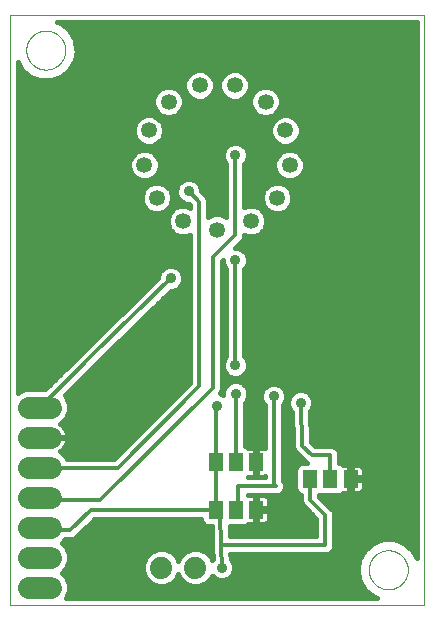
<source format=gbl>
G75*
%MOIN*%
%OFA0B0*%
%FSLAX25Y25*%
%IPPOS*%
%LPD*%
%AMOC8*
5,1,8,0,0,1.08239X$1,22.5*
%
%ADD10C,0.00000*%
%ADD11C,0.05307*%
%ADD12R,0.05118X0.05906*%
%ADD13C,0.07400*%
%ADD14C,0.07400*%
%ADD15C,0.01600*%
%ADD16C,0.03562*%
%ADD17C,0.01200*%
D10*
X0007524Y0003094D02*
X0007524Y0199944D01*
X0145319Y0199944D01*
X0145319Y0003094D01*
X0007524Y0003094D01*
X0127008Y0014905D02*
X0127010Y0015066D01*
X0127016Y0015226D01*
X0127026Y0015387D01*
X0127040Y0015547D01*
X0127058Y0015707D01*
X0127079Y0015866D01*
X0127105Y0016025D01*
X0127135Y0016183D01*
X0127168Y0016340D01*
X0127206Y0016497D01*
X0127247Y0016652D01*
X0127292Y0016806D01*
X0127341Y0016959D01*
X0127394Y0017111D01*
X0127450Y0017262D01*
X0127511Y0017411D01*
X0127574Y0017559D01*
X0127642Y0017705D01*
X0127713Y0017849D01*
X0127787Y0017991D01*
X0127865Y0018132D01*
X0127947Y0018270D01*
X0128032Y0018407D01*
X0128120Y0018541D01*
X0128212Y0018673D01*
X0128307Y0018803D01*
X0128405Y0018931D01*
X0128506Y0019056D01*
X0128610Y0019178D01*
X0128717Y0019298D01*
X0128827Y0019415D01*
X0128940Y0019530D01*
X0129056Y0019641D01*
X0129175Y0019750D01*
X0129296Y0019855D01*
X0129420Y0019958D01*
X0129546Y0020058D01*
X0129674Y0020154D01*
X0129805Y0020247D01*
X0129939Y0020337D01*
X0130074Y0020424D01*
X0130212Y0020507D01*
X0130351Y0020587D01*
X0130493Y0020663D01*
X0130636Y0020736D01*
X0130781Y0020805D01*
X0130928Y0020871D01*
X0131076Y0020933D01*
X0131226Y0020991D01*
X0131377Y0021046D01*
X0131530Y0021097D01*
X0131684Y0021144D01*
X0131839Y0021187D01*
X0131995Y0021226D01*
X0132151Y0021262D01*
X0132309Y0021293D01*
X0132467Y0021321D01*
X0132626Y0021345D01*
X0132786Y0021365D01*
X0132946Y0021381D01*
X0133106Y0021393D01*
X0133267Y0021401D01*
X0133428Y0021405D01*
X0133588Y0021405D01*
X0133749Y0021401D01*
X0133910Y0021393D01*
X0134070Y0021381D01*
X0134230Y0021365D01*
X0134390Y0021345D01*
X0134549Y0021321D01*
X0134707Y0021293D01*
X0134865Y0021262D01*
X0135021Y0021226D01*
X0135177Y0021187D01*
X0135332Y0021144D01*
X0135486Y0021097D01*
X0135639Y0021046D01*
X0135790Y0020991D01*
X0135940Y0020933D01*
X0136088Y0020871D01*
X0136235Y0020805D01*
X0136380Y0020736D01*
X0136523Y0020663D01*
X0136665Y0020587D01*
X0136804Y0020507D01*
X0136942Y0020424D01*
X0137077Y0020337D01*
X0137211Y0020247D01*
X0137342Y0020154D01*
X0137470Y0020058D01*
X0137596Y0019958D01*
X0137720Y0019855D01*
X0137841Y0019750D01*
X0137960Y0019641D01*
X0138076Y0019530D01*
X0138189Y0019415D01*
X0138299Y0019298D01*
X0138406Y0019178D01*
X0138510Y0019056D01*
X0138611Y0018931D01*
X0138709Y0018803D01*
X0138804Y0018673D01*
X0138896Y0018541D01*
X0138984Y0018407D01*
X0139069Y0018270D01*
X0139151Y0018132D01*
X0139229Y0017991D01*
X0139303Y0017849D01*
X0139374Y0017705D01*
X0139442Y0017559D01*
X0139505Y0017411D01*
X0139566Y0017262D01*
X0139622Y0017111D01*
X0139675Y0016959D01*
X0139724Y0016806D01*
X0139769Y0016652D01*
X0139810Y0016497D01*
X0139848Y0016340D01*
X0139881Y0016183D01*
X0139911Y0016025D01*
X0139937Y0015866D01*
X0139958Y0015707D01*
X0139976Y0015547D01*
X0139990Y0015387D01*
X0140000Y0015226D01*
X0140006Y0015066D01*
X0140008Y0014905D01*
X0140006Y0014744D01*
X0140000Y0014584D01*
X0139990Y0014423D01*
X0139976Y0014263D01*
X0139958Y0014103D01*
X0139937Y0013944D01*
X0139911Y0013785D01*
X0139881Y0013627D01*
X0139848Y0013470D01*
X0139810Y0013313D01*
X0139769Y0013158D01*
X0139724Y0013004D01*
X0139675Y0012851D01*
X0139622Y0012699D01*
X0139566Y0012548D01*
X0139505Y0012399D01*
X0139442Y0012251D01*
X0139374Y0012105D01*
X0139303Y0011961D01*
X0139229Y0011819D01*
X0139151Y0011678D01*
X0139069Y0011540D01*
X0138984Y0011403D01*
X0138896Y0011269D01*
X0138804Y0011137D01*
X0138709Y0011007D01*
X0138611Y0010879D01*
X0138510Y0010754D01*
X0138406Y0010632D01*
X0138299Y0010512D01*
X0138189Y0010395D01*
X0138076Y0010280D01*
X0137960Y0010169D01*
X0137841Y0010060D01*
X0137720Y0009955D01*
X0137596Y0009852D01*
X0137470Y0009752D01*
X0137342Y0009656D01*
X0137211Y0009563D01*
X0137077Y0009473D01*
X0136942Y0009386D01*
X0136804Y0009303D01*
X0136665Y0009223D01*
X0136523Y0009147D01*
X0136380Y0009074D01*
X0136235Y0009005D01*
X0136088Y0008939D01*
X0135940Y0008877D01*
X0135790Y0008819D01*
X0135639Y0008764D01*
X0135486Y0008713D01*
X0135332Y0008666D01*
X0135177Y0008623D01*
X0135021Y0008584D01*
X0134865Y0008548D01*
X0134707Y0008517D01*
X0134549Y0008489D01*
X0134390Y0008465D01*
X0134230Y0008445D01*
X0134070Y0008429D01*
X0133910Y0008417D01*
X0133749Y0008409D01*
X0133588Y0008405D01*
X0133428Y0008405D01*
X0133267Y0008409D01*
X0133106Y0008417D01*
X0132946Y0008429D01*
X0132786Y0008445D01*
X0132626Y0008465D01*
X0132467Y0008489D01*
X0132309Y0008517D01*
X0132151Y0008548D01*
X0131995Y0008584D01*
X0131839Y0008623D01*
X0131684Y0008666D01*
X0131530Y0008713D01*
X0131377Y0008764D01*
X0131226Y0008819D01*
X0131076Y0008877D01*
X0130928Y0008939D01*
X0130781Y0009005D01*
X0130636Y0009074D01*
X0130493Y0009147D01*
X0130351Y0009223D01*
X0130212Y0009303D01*
X0130074Y0009386D01*
X0129939Y0009473D01*
X0129805Y0009563D01*
X0129674Y0009656D01*
X0129546Y0009752D01*
X0129420Y0009852D01*
X0129296Y0009955D01*
X0129175Y0010060D01*
X0129056Y0010169D01*
X0128940Y0010280D01*
X0128827Y0010395D01*
X0128717Y0010512D01*
X0128610Y0010632D01*
X0128506Y0010754D01*
X0128405Y0010879D01*
X0128307Y0011007D01*
X0128212Y0011137D01*
X0128120Y0011269D01*
X0128032Y0011403D01*
X0127947Y0011540D01*
X0127865Y0011678D01*
X0127787Y0011819D01*
X0127713Y0011961D01*
X0127642Y0012105D01*
X0127574Y0012251D01*
X0127511Y0012399D01*
X0127450Y0012548D01*
X0127394Y0012699D01*
X0127341Y0012851D01*
X0127292Y0013004D01*
X0127247Y0013158D01*
X0127206Y0013313D01*
X0127168Y0013470D01*
X0127135Y0013627D01*
X0127105Y0013785D01*
X0127079Y0013944D01*
X0127058Y0014103D01*
X0127040Y0014263D01*
X0127026Y0014423D01*
X0127016Y0014584D01*
X0127010Y0014744D01*
X0127008Y0014905D01*
X0012835Y0188133D02*
X0012837Y0188294D01*
X0012843Y0188454D01*
X0012853Y0188615D01*
X0012867Y0188775D01*
X0012885Y0188935D01*
X0012906Y0189094D01*
X0012932Y0189253D01*
X0012962Y0189411D01*
X0012995Y0189568D01*
X0013033Y0189725D01*
X0013074Y0189880D01*
X0013119Y0190034D01*
X0013168Y0190187D01*
X0013221Y0190339D01*
X0013277Y0190490D01*
X0013338Y0190639D01*
X0013401Y0190787D01*
X0013469Y0190933D01*
X0013540Y0191077D01*
X0013614Y0191219D01*
X0013692Y0191360D01*
X0013774Y0191498D01*
X0013859Y0191635D01*
X0013947Y0191769D01*
X0014039Y0191901D01*
X0014134Y0192031D01*
X0014232Y0192159D01*
X0014333Y0192284D01*
X0014437Y0192406D01*
X0014544Y0192526D01*
X0014654Y0192643D01*
X0014767Y0192758D01*
X0014883Y0192869D01*
X0015002Y0192978D01*
X0015123Y0193083D01*
X0015247Y0193186D01*
X0015373Y0193286D01*
X0015501Y0193382D01*
X0015632Y0193475D01*
X0015766Y0193565D01*
X0015901Y0193652D01*
X0016039Y0193735D01*
X0016178Y0193815D01*
X0016320Y0193891D01*
X0016463Y0193964D01*
X0016608Y0194033D01*
X0016755Y0194099D01*
X0016903Y0194161D01*
X0017053Y0194219D01*
X0017204Y0194274D01*
X0017357Y0194325D01*
X0017511Y0194372D01*
X0017666Y0194415D01*
X0017822Y0194454D01*
X0017978Y0194490D01*
X0018136Y0194521D01*
X0018294Y0194549D01*
X0018453Y0194573D01*
X0018613Y0194593D01*
X0018773Y0194609D01*
X0018933Y0194621D01*
X0019094Y0194629D01*
X0019255Y0194633D01*
X0019415Y0194633D01*
X0019576Y0194629D01*
X0019737Y0194621D01*
X0019897Y0194609D01*
X0020057Y0194593D01*
X0020217Y0194573D01*
X0020376Y0194549D01*
X0020534Y0194521D01*
X0020692Y0194490D01*
X0020848Y0194454D01*
X0021004Y0194415D01*
X0021159Y0194372D01*
X0021313Y0194325D01*
X0021466Y0194274D01*
X0021617Y0194219D01*
X0021767Y0194161D01*
X0021915Y0194099D01*
X0022062Y0194033D01*
X0022207Y0193964D01*
X0022350Y0193891D01*
X0022492Y0193815D01*
X0022631Y0193735D01*
X0022769Y0193652D01*
X0022904Y0193565D01*
X0023038Y0193475D01*
X0023169Y0193382D01*
X0023297Y0193286D01*
X0023423Y0193186D01*
X0023547Y0193083D01*
X0023668Y0192978D01*
X0023787Y0192869D01*
X0023903Y0192758D01*
X0024016Y0192643D01*
X0024126Y0192526D01*
X0024233Y0192406D01*
X0024337Y0192284D01*
X0024438Y0192159D01*
X0024536Y0192031D01*
X0024631Y0191901D01*
X0024723Y0191769D01*
X0024811Y0191635D01*
X0024896Y0191498D01*
X0024978Y0191360D01*
X0025056Y0191219D01*
X0025130Y0191077D01*
X0025201Y0190933D01*
X0025269Y0190787D01*
X0025332Y0190639D01*
X0025393Y0190490D01*
X0025449Y0190339D01*
X0025502Y0190187D01*
X0025551Y0190034D01*
X0025596Y0189880D01*
X0025637Y0189725D01*
X0025675Y0189568D01*
X0025708Y0189411D01*
X0025738Y0189253D01*
X0025764Y0189094D01*
X0025785Y0188935D01*
X0025803Y0188775D01*
X0025817Y0188615D01*
X0025827Y0188454D01*
X0025833Y0188294D01*
X0025835Y0188133D01*
X0025833Y0187972D01*
X0025827Y0187812D01*
X0025817Y0187651D01*
X0025803Y0187491D01*
X0025785Y0187331D01*
X0025764Y0187172D01*
X0025738Y0187013D01*
X0025708Y0186855D01*
X0025675Y0186698D01*
X0025637Y0186541D01*
X0025596Y0186386D01*
X0025551Y0186232D01*
X0025502Y0186079D01*
X0025449Y0185927D01*
X0025393Y0185776D01*
X0025332Y0185627D01*
X0025269Y0185479D01*
X0025201Y0185333D01*
X0025130Y0185189D01*
X0025056Y0185047D01*
X0024978Y0184906D01*
X0024896Y0184768D01*
X0024811Y0184631D01*
X0024723Y0184497D01*
X0024631Y0184365D01*
X0024536Y0184235D01*
X0024438Y0184107D01*
X0024337Y0183982D01*
X0024233Y0183860D01*
X0024126Y0183740D01*
X0024016Y0183623D01*
X0023903Y0183508D01*
X0023787Y0183397D01*
X0023668Y0183288D01*
X0023547Y0183183D01*
X0023423Y0183080D01*
X0023297Y0182980D01*
X0023169Y0182884D01*
X0023038Y0182791D01*
X0022904Y0182701D01*
X0022769Y0182614D01*
X0022631Y0182531D01*
X0022492Y0182451D01*
X0022350Y0182375D01*
X0022207Y0182302D01*
X0022062Y0182233D01*
X0021915Y0182167D01*
X0021767Y0182105D01*
X0021617Y0182047D01*
X0021466Y0181992D01*
X0021313Y0181941D01*
X0021159Y0181894D01*
X0021004Y0181851D01*
X0020848Y0181812D01*
X0020692Y0181776D01*
X0020534Y0181745D01*
X0020376Y0181717D01*
X0020217Y0181693D01*
X0020057Y0181673D01*
X0019897Y0181657D01*
X0019737Y0181645D01*
X0019576Y0181637D01*
X0019415Y0181633D01*
X0019255Y0181633D01*
X0019094Y0181637D01*
X0018933Y0181645D01*
X0018773Y0181657D01*
X0018613Y0181673D01*
X0018453Y0181693D01*
X0018294Y0181717D01*
X0018136Y0181745D01*
X0017978Y0181776D01*
X0017822Y0181812D01*
X0017666Y0181851D01*
X0017511Y0181894D01*
X0017357Y0181941D01*
X0017204Y0181992D01*
X0017053Y0182047D01*
X0016903Y0182105D01*
X0016755Y0182167D01*
X0016608Y0182233D01*
X0016463Y0182302D01*
X0016320Y0182375D01*
X0016178Y0182451D01*
X0016039Y0182531D01*
X0015901Y0182614D01*
X0015766Y0182701D01*
X0015632Y0182791D01*
X0015501Y0182884D01*
X0015373Y0182980D01*
X0015247Y0183080D01*
X0015123Y0183183D01*
X0015002Y0183288D01*
X0014883Y0183397D01*
X0014767Y0183508D01*
X0014654Y0183623D01*
X0014544Y0183740D01*
X0014437Y0183860D01*
X0014333Y0183982D01*
X0014232Y0184107D01*
X0014134Y0184235D01*
X0014039Y0184365D01*
X0013947Y0184497D01*
X0013859Y0184631D01*
X0013774Y0184768D01*
X0013692Y0184906D01*
X0013614Y0185047D01*
X0013540Y0185189D01*
X0013469Y0185333D01*
X0013401Y0185479D01*
X0013338Y0185627D01*
X0013277Y0185776D01*
X0013221Y0185927D01*
X0013168Y0186079D01*
X0013119Y0186232D01*
X0013074Y0186386D01*
X0013033Y0186541D01*
X0012995Y0186698D01*
X0012962Y0186855D01*
X0012932Y0187013D01*
X0012906Y0187172D01*
X0012885Y0187331D01*
X0012867Y0187491D01*
X0012853Y0187651D01*
X0012843Y0187812D01*
X0012837Y0187972D01*
X0012835Y0188133D01*
D11*
X0052230Y0149763D03*
X0053636Y0161342D03*
X0060262Y0170941D03*
X0070590Y0176362D03*
X0082254Y0176362D03*
X0092582Y0170941D03*
X0099208Y0161342D03*
X0100614Y0149763D03*
X0096478Y0138856D03*
X0087747Y0131122D03*
X0076422Y0128330D03*
X0065097Y0131122D03*
X0056366Y0138856D03*
D12*
X0076028Y0050732D03*
X0082721Y0050732D03*
X0089414Y0050732D03*
X0089414Y0034984D03*
X0082721Y0034984D03*
X0076028Y0034984D03*
X0107524Y0045220D03*
X0114217Y0045220D03*
X0120910Y0045220D03*
D13*
X0021067Y0048999D02*
X0013667Y0048999D01*
X0013667Y0038999D02*
X0021067Y0038999D01*
X0021067Y0028999D02*
X0013667Y0028999D01*
X0013667Y0018999D02*
X0021067Y0018999D01*
X0021067Y0008999D02*
X0013667Y0008999D01*
X0013667Y0058999D02*
X0021067Y0058999D01*
X0021067Y0068999D02*
X0013667Y0068999D01*
D14*
X0057824Y0015594D03*
X0069224Y0015594D03*
D15*
X0073343Y0011086D02*
X0124051Y0011086D01*
X0123871Y0011397D02*
X0125652Y0008313D01*
X0125652Y0008313D01*
X0128380Y0006023D01*
X0128380Y0006023D01*
X0129835Y0005494D01*
X0026188Y0005494D01*
X0026238Y0005544D01*
X0027167Y0007786D01*
X0027167Y0010213D01*
X0026238Y0012455D01*
X0024693Y0013999D01*
X0026238Y0015544D01*
X0027167Y0017786D01*
X0027167Y0020213D01*
X0026238Y0022455D01*
X0024693Y0023999D01*
X0025788Y0025094D01*
X0028121Y0025094D01*
X0029223Y0025551D01*
X0030067Y0026394D01*
X0030067Y0026394D01*
X0035657Y0031984D01*
X0071069Y0031984D01*
X0071069Y0031553D01*
X0071434Y0030671D01*
X0072110Y0029996D01*
X0072992Y0029631D01*
X0074631Y0029631D01*
X0074803Y0023475D01*
X0074818Y0022920D01*
X0074818Y0022366D01*
X0074835Y0022325D01*
X0074944Y0018426D01*
X0074738Y0018221D01*
X0074395Y0019049D01*
X0072680Y0020765D01*
X0070438Y0021694D01*
X0068011Y0021694D01*
X0065769Y0020765D01*
X0064053Y0019049D01*
X0063524Y0017773D01*
X0062995Y0019049D01*
X0061280Y0020765D01*
X0059037Y0021694D01*
X0056611Y0021694D01*
X0054369Y0020765D01*
X0052653Y0019049D01*
X0051724Y0016807D01*
X0051724Y0014380D01*
X0052653Y0012138D01*
X0054369Y0010423D01*
X0056611Y0009494D01*
X0059037Y0009494D01*
X0061280Y0010423D01*
X0062995Y0012138D01*
X0063524Y0013415D01*
X0064053Y0012138D01*
X0065769Y0010423D01*
X0068011Y0009494D01*
X0070438Y0009494D01*
X0072680Y0010423D01*
X0074395Y0012138D01*
X0074738Y0012967D01*
X0075656Y0012049D01*
X0077192Y0011413D01*
X0078856Y0011413D01*
X0080393Y0012049D01*
X0081569Y0013225D01*
X0082205Y0014762D01*
X0082205Y0016426D01*
X0081569Y0017962D01*
X0080942Y0018589D01*
X0080900Y0020094D01*
X0113121Y0020094D01*
X0114223Y0020551D01*
X0115067Y0021394D01*
X0115524Y0022497D01*
X0115524Y0033691D01*
X0115067Y0034793D01*
X0114223Y0035637D01*
X0110524Y0039336D01*
X0110524Y0039867D01*
X0110561Y0039867D01*
X0110871Y0039995D01*
X0111181Y0039867D01*
X0117253Y0039867D01*
X0118136Y0040232D01*
X0118370Y0040467D01*
X0120430Y0040467D01*
X0120430Y0044740D01*
X0121389Y0044740D01*
X0121389Y0040467D01*
X0123706Y0040467D01*
X0124164Y0040590D01*
X0124574Y0040827D01*
X0124909Y0041162D01*
X0125146Y0041572D01*
X0125269Y0042030D01*
X0125269Y0044740D01*
X0121390Y0044740D01*
X0121390Y0045699D01*
X0125269Y0045699D01*
X0125269Y0048410D01*
X0125146Y0048867D01*
X0124909Y0049278D01*
X0124574Y0049613D01*
X0124164Y0049850D01*
X0123706Y0049973D01*
X0121389Y0049973D01*
X0121389Y0045699D01*
X0120430Y0045699D01*
X0120430Y0049973D01*
X0118370Y0049973D01*
X0118136Y0050207D01*
X0117253Y0050573D01*
X0117217Y0050573D01*
X0117217Y0053691D01*
X0116760Y0054793D01*
X0115916Y0055637D01*
X0114814Y0056094D01*
X0109223Y0056094D01*
X0107788Y0057529D01*
X0107431Y0067816D01*
X0107876Y0068261D01*
X0108512Y0069798D01*
X0108512Y0071461D01*
X0107876Y0072998D01*
X0106700Y0074174D01*
X0105163Y0074810D01*
X0103500Y0074810D01*
X0101963Y0074174D01*
X0100787Y0072998D01*
X0100150Y0071461D01*
X0100150Y0069798D01*
X0100787Y0068261D01*
X0101434Y0067613D01*
X0101831Y0056191D01*
X0101831Y0055647D01*
X0101852Y0055597D01*
X0101854Y0055543D01*
X0102079Y0055047D01*
X0102288Y0054544D01*
X0102326Y0054506D01*
X0102349Y0054457D01*
X0102747Y0054085D01*
X0105438Y0051394D01*
X0106259Y0050573D01*
X0104488Y0050573D01*
X0103606Y0050207D01*
X0102930Y0049532D01*
X0102565Y0048650D01*
X0102565Y0041790D01*
X0102930Y0040908D01*
X0103606Y0040232D01*
X0104488Y0039867D01*
X0104524Y0039867D01*
X0104524Y0037497D01*
X0104981Y0036394D01*
X0109524Y0031851D01*
X0109524Y0026094D01*
X0080732Y0026094D01*
X0080633Y0029631D01*
X0085757Y0029631D01*
X0086640Y0029996D01*
X0086874Y0030231D01*
X0088934Y0030231D01*
X0088934Y0034504D01*
X0089893Y0034504D01*
X0089893Y0030231D01*
X0092210Y0030231D01*
X0092668Y0030354D01*
X0093078Y0030590D01*
X0093413Y0030926D01*
X0093650Y0031336D01*
X0093773Y0031794D01*
X0093773Y0034504D01*
X0089894Y0034504D01*
X0089894Y0035463D01*
X0093773Y0035463D01*
X0093773Y0038173D01*
X0093650Y0038631D01*
X0093413Y0039042D01*
X0093078Y0039377D01*
X0092668Y0039614D01*
X0092210Y0039736D01*
X0089893Y0039736D01*
X0089893Y0035463D01*
X0088934Y0035463D01*
X0088934Y0039736D01*
X0086874Y0039736D01*
X0086753Y0039858D01*
X0096704Y0039858D01*
X0097806Y0040314D01*
X0098650Y0041158D01*
X0099107Y0042261D01*
X0099107Y0043454D01*
X0098650Y0044557D01*
X0098319Y0044888D01*
X0098319Y0069866D01*
X0098864Y0070410D01*
X0099501Y0071947D01*
X0099501Y0073611D01*
X0098864Y0075147D01*
X0097688Y0076323D01*
X0096151Y0076960D01*
X0094488Y0076960D01*
X0092951Y0076323D01*
X0091775Y0075147D01*
X0091138Y0073611D01*
X0091138Y0071947D01*
X0091775Y0070410D01*
X0092319Y0069866D01*
X0092319Y0055455D01*
X0092210Y0055484D01*
X0089893Y0055484D01*
X0089893Y0051211D01*
X0088934Y0051211D01*
X0088934Y0055484D01*
X0086874Y0055484D01*
X0086640Y0055719D01*
X0085757Y0056084D01*
X0085721Y0056084D01*
X0085721Y0070653D01*
X0086266Y0071198D01*
X0086902Y0072735D01*
X0086902Y0074398D01*
X0086266Y0075935D01*
X0085089Y0077111D01*
X0083553Y0077747D01*
X0081889Y0077747D01*
X0080353Y0077111D01*
X0079176Y0075935D01*
X0078540Y0074398D01*
X0078540Y0073284D01*
X0077421Y0073748D01*
X0077567Y0073894D01*
X0078024Y0074997D01*
X0078024Y0117851D01*
X0078343Y0118170D01*
X0078343Y0117262D01*
X0078980Y0115725D01*
X0079524Y0115181D01*
X0079524Y0086007D01*
X0078980Y0085462D01*
X0078343Y0083926D01*
X0078343Y0082262D01*
X0078980Y0080725D01*
X0080156Y0079549D01*
X0081692Y0078913D01*
X0083356Y0078913D01*
X0084893Y0079549D01*
X0086069Y0080725D01*
X0086705Y0082262D01*
X0086705Y0083926D01*
X0086069Y0085462D01*
X0085524Y0086007D01*
X0085524Y0115181D01*
X0086069Y0115725D01*
X0086705Y0117262D01*
X0086705Y0118926D01*
X0086069Y0120462D01*
X0084893Y0121638D01*
X0083356Y0122275D01*
X0082448Y0122275D01*
X0085067Y0124894D01*
X0085524Y0125997D01*
X0085524Y0126573D01*
X0086742Y0126068D01*
X0088752Y0126068D01*
X0090610Y0126838D01*
X0092031Y0128259D01*
X0092801Y0130117D01*
X0092801Y0132127D01*
X0092031Y0133984D01*
X0090610Y0135406D01*
X0088752Y0136175D01*
X0086742Y0136175D01*
X0085524Y0135671D01*
X0085524Y0150181D01*
X0086069Y0150725D01*
X0086705Y0152262D01*
X0086705Y0153926D01*
X0086069Y0155462D01*
X0084893Y0156638D01*
X0083356Y0157275D01*
X0081692Y0157275D01*
X0080156Y0156638D01*
X0078980Y0155462D01*
X0078343Y0153926D01*
X0078343Y0152262D01*
X0078980Y0150725D01*
X0079524Y0150181D01*
X0079524Y0132375D01*
X0079284Y0132615D01*
X0077427Y0133384D01*
X0075417Y0133384D01*
X0073559Y0132615D01*
X0073524Y0132580D01*
X0073524Y0138191D01*
X0073067Y0139293D01*
X0072223Y0140137D01*
X0071205Y0141155D01*
X0071205Y0141926D01*
X0070569Y0143462D01*
X0069393Y0144638D01*
X0067856Y0145275D01*
X0066192Y0145275D01*
X0064656Y0144638D01*
X0063480Y0143462D01*
X0062843Y0141926D01*
X0062843Y0140262D01*
X0063480Y0138725D01*
X0064656Y0137549D01*
X0066192Y0136913D01*
X0066963Y0136913D01*
X0067524Y0136351D01*
X0067524Y0135586D01*
X0066102Y0136175D01*
X0064091Y0136175D01*
X0062234Y0135406D01*
X0060812Y0133984D01*
X0060043Y0132127D01*
X0060043Y0130117D01*
X0060812Y0128259D01*
X0062234Y0126838D01*
X0064091Y0126068D01*
X0066102Y0126068D01*
X0067524Y0126657D01*
X0067524Y0077336D01*
X0042187Y0051999D01*
X0026427Y0051999D01*
X0026238Y0052455D01*
X0024522Y0054171D01*
X0024048Y0054367D01*
X0024650Y0054804D01*
X0025262Y0055416D01*
X0025771Y0056117D01*
X0026164Y0056888D01*
X0026431Y0057711D01*
X0026567Y0058566D01*
X0026567Y0058799D01*
X0017567Y0058799D01*
X0017567Y0059199D01*
X0026567Y0059199D01*
X0026567Y0059432D01*
X0026431Y0060287D01*
X0026164Y0061111D01*
X0025771Y0061882D01*
X0025262Y0062582D01*
X0024650Y0063195D01*
X0024048Y0063632D01*
X0024522Y0063828D01*
X0026238Y0065544D01*
X0027167Y0067786D01*
X0027167Y0070213D01*
X0026238Y0072455D01*
X0025651Y0073041D01*
X0037571Y0084961D01*
X0061040Y0107913D01*
X0061856Y0107913D01*
X0063393Y0108549D01*
X0064569Y0109725D01*
X0065205Y0111262D01*
X0065205Y0112926D01*
X0064569Y0114462D01*
X0063393Y0115638D01*
X0061856Y0116275D01*
X0060192Y0116275D01*
X0058656Y0115638D01*
X0057480Y0114462D01*
X0056843Y0112926D01*
X0056843Y0112201D01*
X0033778Y0089644D01*
X0033762Y0089637D01*
X0033351Y0089227D01*
X0032937Y0088821D01*
X0032930Y0088805D01*
X0019224Y0075099D01*
X0012453Y0075099D01*
X0010211Y0074171D01*
X0009924Y0073884D01*
X0009924Y0184234D01*
X0011479Y0181541D01*
X0014207Y0179251D01*
X0017554Y0178033D01*
X0021116Y0178033D01*
X0024463Y0179251D01*
X0027192Y0181541D01*
X0028972Y0184626D01*
X0029591Y0188133D01*
X0029591Y0188133D01*
X0028972Y0191641D01*
X0027192Y0194725D01*
X0027192Y0194726D01*
X0024463Y0197015D01*
X0023009Y0197544D01*
X0142919Y0197544D01*
X0142919Y0018804D01*
X0141365Y0021497D01*
X0141365Y0021497D01*
X0138636Y0023787D01*
X0135289Y0025005D01*
X0131727Y0025005D01*
X0128380Y0023787D01*
X0125652Y0021497D01*
X0123871Y0018413D01*
X0123871Y0018413D01*
X0123253Y0014905D01*
X0123253Y0014905D01*
X0123871Y0011397D01*
X0123871Y0011397D01*
X0123644Y0012685D02*
X0081028Y0012685D01*
X0082007Y0014283D02*
X0123362Y0014283D01*
X0123425Y0015882D02*
X0082205Y0015882D01*
X0081768Y0017480D02*
X0123707Y0017480D01*
X0124256Y0019079D02*
X0080928Y0019079D01*
X0080705Y0027072D02*
X0109524Y0027072D01*
X0109524Y0028670D02*
X0080660Y0028670D01*
X0074658Y0028670D02*
X0032343Y0028670D01*
X0030744Y0027072D02*
X0074702Y0027072D01*
X0074747Y0025473D02*
X0029036Y0025473D01*
X0026312Y0022276D02*
X0074836Y0022276D01*
X0074792Y0023874D02*
X0024818Y0023874D01*
X0026974Y0020677D02*
X0054281Y0020677D01*
X0052683Y0019079D02*
X0027167Y0019079D01*
X0027040Y0017480D02*
X0052003Y0017480D01*
X0051724Y0015882D02*
X0026378Y0015882D01*
X0024977Y0014283D02*
X0051764Y0014283D01*
X0052426Y0012685D02*
X0026008Y0012685D01*
X0026805Y0011086D02*
X0053705Y0011086D01*
X0061367Y0020677D02*
X0065681Y0020677D01*
X0064083Y0019079D02*
X0062966Y0019079D01*
X0063222Y0012685D02*
X0063826Y0012685D01*
X0065105Y0011086D02*
X0061943Y0011086D01*
X0072767Y0020677D02*
X0074881Y0020677D01*
X0074926Y0019079D02*
X0074366Y0019079D01*
X0074622Y0012685D02*
X0075020Y0012685D01*
X0071837Y0030269D02*
X0033941Y0030269D01*
X0035540Y0031867D02*
X0071069Y0031867D01*
X0086753Y0045858D02*
X0086874Y0045979D01*
X0088934Y0045979D01*
X0088934Y0050252D01*
X0089893Y0050252D01*
X0089893Y0045979D01*
X0092210Y0045979D01*
X0092319Y0046008D01*
X0092319Y0045858D01*
X0086753Y0045858D01*
X0088934Y0046254D02*
X0089893Y0046254D01*
X0089893Y0047852D02*
X0088934Y0047852D01*
X0088934Y0049451D02*
X0089893Y0049451D01*
X0089893Y0052648D02*
X0088934Y0052648D01*
X0088934Y0054246D02*
X0089893Y0054246D01*
X0092319Y0055845D02*
X0086336Y0055845D01*
X0085721Y0057443D02*
X0092319Y0057443D01*
X0092319Y0059042D02*
X0085721Y0059042D01*
X0085721Y0060640D02*
X0092319Y0060640D01*
X0092319Y0062239D02*
X0085721Y0062239D01*
X0085721Y0063837D02*
X0092319Y0063837D01*
X0092319Y0065436D02*
X0085721Y0065436D01*
X0085721Y0067034D02*
X0092319Y0067034D01*
X0092319Y0068633D02*
X0085721Y0068633D01*
X0085721Y0070231D02*
X0091954Y0070231D01*
X0091187Y0071830D02*
X0086527Y0071830D01*
X0086902Y0073428D02*
X0091138Y0073428D01*
X0091725Y0075027D02*
X0086642Y0075027D01*
X0085575Y0076625D02*
X0093680Y0076625D01*
X0096959Y0076625D02*
X0142919Y0076625D01*
X0142919Y0075027D02*
X0098914Y0075027D01*
X0099501Y0073428D02*
X0101217Y0073428D01*
X0100303Y0071830D02*
X0099452Y0071830D01*
X0100150Y0070231D02*
X0098685Y0070231D01*
X0098319Y0068633D02*
X0100633Y0068633D01*
X0101454Y0067034D02*
X0098319Y0067034D01*
X0098319Y0065436D02*
X0101510Y0065436D01*
X0101565Y0063837D02*
X0098319Y0063837D01*
X0098319Y0062239D02*
X0101621Y0062239D01*
X0101677Y0060640D02*
X0098319Y0060640D01*
X0098319Y0059042D02*
X0101732Y0059042D01*
X0101788Y0057443D02*
X0098319Y0057443D01*
X0098319Y0055845D02*
X0101831Y0055845D01*
X0102574Y0054246D02*
X0098319Y0054246D01*
X0098319Y0052648D02*
X0104184Y0052648D01*
X0105783Y0051049D02*
X0098319Y0051049D01*
X0098319Y0049451D02*
X0102897Y0049451D01*
X0102565Y0047852D02*
X0098319Y0047852D01*
X0098319Y0046254D02*
X0102565Y0046254D01*
X0102565Y0044655D02*
X0098552Y0044655D01*
X0099107Y0043057D02*
X0102565Y0043057D01*
X0102702Y0041458D02*
X0098774Y0041458D01*
X0096708Y0039860D02*
X0104524Y0039860D01*
X0104524Y0038261D02*
X0093749Y0038261D01*
X0093773Y0036663D02*
X0104870Y0036663D01*
X0106311Y0035064D02*
X0089894Y0035064D01*
X0089893Y0033466D02*
X0088934Y0033466D01*
X0088934Y0031867D02*
X0089893Y0031867D01*
X0089893Y0030269D02*
X0088934Y0030269D01*
X0092351Y0030269D02*
X0109524Y0030269D01*
X0109508Y0031867D02*
X0093773Y0031867D01*
X0093773Y0033466D02*
X0107910Y0033466D01*
X0111600Y0038261D02*
X0142919Y0038261D01*
X0142919Y0036663D02*
X0113198Y0036663D01*
X0110524Y0039860D02*
X0142919Y0039860D01*
X0142919Y0041458D02*
X0125080Y0041458D01*
X0125269Y0043057D02*
X0142919Y0043057D01*
X0142919Y0044655D02*
X0125269Y0044655D01*
X0125269Y0046254D02*
X0142919Y0046254D01*
X0142919Y0047852D02*
X0125269Y0047852D01*
X0124737Y0049451D02*
X0142919Y0049451D01*
X0142919Y0051049D02*
X0117217Y0051049D01*
X0117217Y0052648D02*
X0142919Y0052648D01*
X0142919Y0054246D02*
X0116987Y0054246D01*
X0115415Y0055845D02*
X0142919Y0055845D01*
X0142919Y0057443D02*
X0107874Y0057443D01*
X0107736Y0059042D02*
X0142919Y0059042D01*
X0142919Y0060640D02*
X0107680Y0060640D01*
X0107625Y0062239D02*
X0142919Y0062239D01*
X0142919Y0063837D02*
X0107569Y0063837D01*
X0107514Y0065436D02*
X0142919Y0065436D01*
X0142919Y0067034D02*
X0107458Y0067034D01*
X0108030Y0068633D02*
X0142919Y0068633D01*
X0142919Y0070231D02*
X0108512Y0070231D01*
X0108360Y0071830D02*
X0142919Y0071830D01*
X0142919Y0073428D02*
X0107445Y0073428D01*
X0120430Y0049451D02*
X0121389Y0049451D01*
X0121389Y0047852D02*
X0120430Y0047852D01*
X0120430Y0046254D02*
X0121389Y0046254D01*
X0121389Y0044655D02*
X0120430Y0044655D01*
X0120430Y0043057D02*
X0121389Y0043057D01*
X0121389Y0041458D02*
X0120430Y0041458D01*
X0114797Y0035064D02*
X0142919Y0035064D01*
X0142919Y0033466D02*
X0115524Y0033466D01*
X0115524Y0031867D02*
X0142919Y0031867D01*
X0142919Y0030269D02*
X0115524Y0030269D01*
X0115524Y0028670D02*
X0142919Y0028670D01*
X0142919Y0027072D02*
X0115524Y0027072D01*
X0115524Y0025473D02*
X0142919Y0025473D01*
X0142919Y0023874D02*
X0138395Y0023874D01*
X0138636Y0023787D02*
X0138636Y0023787D01*
X0140437Y0022276D02*
X0142919Y0022276D01*
X0142919Y0020677D02*
X0141838Y0020677D01*
X0142761Y0019079D02*
X0142919Y0019079D01*
X0128622Y0023874D02*
X0115524Y0023874D01*
X0115433Y0022276D02*
X0126580Y0022276D01*
X0125652Y0021497D02*
X0125652Y0021497D01*
X0125652Y0021497D01*
X0125179Y0020677D02*
X0114350Y0020677D01*
X0124973Y0009488D02*
X0027167Y0009488D01*
X0027167Y0007889D02*
X0126156Y0007889D01*
X0128061Y0006291D02*
X0026547Y0006291D01*
X0026045Y0052648D02*
X0042835Y0052648D01*
X0044434Y0054246D02*
X0024340Y0054246D01*
X0025573Y0055845D02*
X0046032Y0055845D01*
X0047631Y0057443D02*
X0026344Y0057443D01*
X0026317Y0060640D02*
X0050828Y0060640D01*
X0049229Y0059042D02*
X0017567Y0059042D01*
X0024531Y0063837D02*
X0054025Y0063837D01*
X0052426Y0062239D02*
X0025511Y0062239D01*
X0026130Y0065436D02*
X0055623Y0065436D01*
X0057222Y0067034D02*
X0026855Y0067034D01*
X0027167Y0068633D02*
X0058820Y0068633D01*
X0060419Y0070231D02*
X0027159Y0070231D01*
X0026497Y0071830D02*
X0062017Y0071830D01*
X0063616Y0073428D02*
X0026038Y0073428D01*
X0027637Y0075027D02*
X0065215Y0075027D01*
X0066813Y0076625D02*
X0029235Y0076625D01*
X0030834Y0078224D02*
X0067524Y0078224D01*
X0067524Y0079822D02*
X0032432Y0079822D01*
X0034031Y0081421D02*
X0067524Y0081421D01*
X0067524Y0083019D02*
X0035629Y0083019D01*
X0037228Y0084618D02*
X0067524Y0084618D01*
X0067524Y0086216D02*
X0038855Y0086216D01*
X0040489Y0087815D02*
X0067524Y0087815D01*
X0067524Y0089413D02*
X0042124Y0089413D01*
X0043758Y0091012D02*
X0067524Y0091012D01*
X0067524Y0092610D02*
X0045393Y0092610D01*
X0047027Y0094209D02*
X0067524Y0094209D01*
X0067524Y0095807D02*
X0048662Y0095807D01*
X0050296Y0097406D02*
X0067524Y0097406D01*
X0067524Y0099005D02*
X0051931Y0099005D01*
X0053565Y0100603D02*
X0067524Y0100603D01*
X0067524Y0102202D02*
X0055200Y0102202D01*
X0056834Y0103800D02*
X0067524Y0103800D01*
X0067524Y0105399D02*
X0058469Y0105399D01*
X0060103Y0106997D02*
X0067524Y0106997D01*
X0067524Y0108596D02*
X0063439Y0108596D01*
X0064763Y0110194D02*
X0067524Y0110194D01*
X0067524Y0111793D02*
X0065205Y0111793D01*
X0065012Y0113391D02*
X0067524Y0113391D01*
X0067524Y0114990D02*
X0064041Y0114990D01*
X0067524Y0116588D02*
X0009924Y0116588D01*
X0009924Y0114990D02*
X0058007Y0114990D01*
X0057036Y0113391D02*
X0009924Y0113391D01*
X0009924Y0111793D02*
X0056425Y0111793D01*
X0054791Y0110194D02*
X0009924Y0110194D01*
X0009924Y0108596D02*
X0053156Y0108596D01*
X0051522Y0106997D02*
X0009924Y0106997D01*
X0009924Y0105399D02*
X0049887Y0105399D01*
X0048253Y0103800D02*
X0009924Y0103800D01*
X0009924Y0102202D02*
X0046618Y0102202D01*
X0044984Y0100603D02*
X0009924Y0100603D01*
X0009924Y0099005D02*
X0043349Y0099005D01*
X0041715Y0097406D02*
X0009924Y0097406D01*
X0009924Y0095807D02*
X0040080Y0095807D01*
X0038446Y0094209D02*
X0009924Y0094209D01*
X0009924Y0092610D02*
X0036811Y0092610D01*
X0035177Y0091012D02*
X0009924Y0091012D01*
X0009924Y0089413D02*
X0033538Y0089413D01*
X0031940Y0087815D02*
X0009924Y0087815D01*
X0009924Y0086216D02*
X0030341Y0086216D01*
X0028743Y0084618D02*
X0009924Y0084618D01*
X0009924Y0083019D02*
X0027144Y0083019D01*
X0025546Y0081421D02*
X0009924Y0081421D01*
X0009924Y0079822D02*
X0023947Y0079822D01*
X0022349Y0078224D02*
X0009924Y0078224D01*
X0009924Y0076625D02*
X0020750Y0076625D01*
X0012278Y0075027D02*
X0009924Y0075027D01*
X0009924Y0118187D02*
X0067524Y0118187D01*
X0067524Y0119785D02*
X0009924Y0119785D01*
X0009924Y0121384D02*
X0067524Y0121384D01*
X0067524Y0122982D02*
X0009924Y0122982D01*
X0009924Y0124581D02*
X0067524Y0124581D01*
X0067524Y0126179D02*
X0066370Y0126179D01*
X0063823Y0126179D02*
X0009924Y0126179D01*
X0009924Y0127778D02*
X0061294Y0127778D01*
X0060350Y0129376D02*
X0009924Y0129376D01*
X0009924Y0130975D02*
X0060043Y0130975D01*
X0060228Y0132573D02*
X0009924Y0132573D01*
X0009924Y0134172D02*
X0054470Y0134172D01*
X0055361Y0133803D02*
X0057371Y0133803D01*
X0059228Y0134572D01*
X0060650Y0135994D01*
X0061419Y0137851D01*
X0061419Y0139862D01*
X0060650Y0141719D01*
X0059228Y0143141D01*
X0057371Y0143910D01*
X0055361Y0143910D01*
X0053503Y0143141D01*
X0052082Y0141719D01*
X0051312Y0139862D01*
X0051312Y0137851D01*
X0052082Y0135994D01*
X0053503Y0134572D01*
X0055361Y0133803D01*
X0058262Y0134172D02*
X0061000Y0134172D01*
X0060427Y0135770D02*
X0063113Y0135770D01*
X0061220Y0137369D02*
X0065091Y0137369D01*
X0063379Y0138967D02*
X0061419Y0138967D01*
X0061128Y0140566D02*
X0062843Y0140566D01*
X0062942Y0142164D02*
X0060205Y0142164D01*
X0057726Y0143763D02*
X0063780Y0143763D01*
X0070268Y0143763D02*
X0079524Y0143763D01*
X0079524Y0145361D02*
X0054809Y0145361D01*
X0055092Y0145479D02*
X0056514Y0146900D01*
X0057283Y0148758D01*
X0057283Y0150768D01*
X0056514Y0152625D01*
X0055092Y0154047D01*
X0053235Y0154816D01*
X0051224Y0154816D01*
X0049367Y0154047D01*
X0047945Y0152625D01*
X0047176Y0150768D01*
X0047176Y0148758D01*
X0047945Y0146900D01*
X0049367Y0145479D01*
X0051224Y0144709D01*
X0053235Y0144709D01*
X0055092Y0145479D01*
X0055005Y0143763D02*
X0009924Y0143763D01*
X0009924Y0145361D02*
X0049650Y0145361D01*
X0047921Y0146960D02*
X0009924Y0146960D01*
X0009924Y0148558D02*
X0047259Y0148558D01*
X0047176Y0150157D02*
X0009924Y0150157D01*
X0009924Y0151755D02*
X0047585Y0151755D01*
X0048674Y0153354D02*
X0009924Y0153354D01*
X0009924Y0154952D02*
X0078768Y0154952D01*
X0078343Y0153354D02*
X0055785Y0153354D01*
X0056874Y0151755D02*
X0078553Y0151755D01*
X0079524Y0150157D02*
X0057283Y0150157D01*
X0057201Y0148558D02*
X0079524Y0148558D01*
X0079524Y0146960D02*
X0056539Y0146960D01*
X0052527Y0142164D02*
X0009924Y0142164D01*
X0009924Y0140566D02*
X0051604Y0140566D01*
X0051312Y0138967D02*
X0009924Y0138967D01*
X0009924Y0137369D02*
X0051512Y0137369D01*
X0052305Y0135770D02*
X0009924Y0135770D01*
X0009924Y0156551D02*
X0051996Y0156551D01*
X0052630Y0156288D02*
X0054641Y0156288D01*
X0056498Y0157058D01*
X0057920Y0158479D01*
X0058689Y0160337D01*
X0058689Y0162347D01*
X0057920Y0164204D01*
X0056498Y0165626D01*
X0054641Y0166395D01*
X0052630Y0166395D01*
X0050773Y0165626D01*
X0049351Y0164204D01*
X0048582Y0162347D01*
X0048582Y0160337D01*
X0049351Y0158479D01*
X0050773Y0157058D01*
X0052630Y0156288D01*
X0055275Y0156551D02*
X0080068Y0156551D01*
X0084980Y0156551D02*
X0097569Y0156551D01*
X0098203Y0156288D02*
X0100213Y0156288D01*
X0102071Y0157058D01*
X0103492Y0158479D01*
X0104262Y0160337D01*
X0104262Y0162347D01*
X0103492Y0164204D01*
X0102071Y0165626D01*
X0100213Y0166395D01*
X0098203Y0166395D01*
X0096345Y0165626D01*
X0094924Y0164204D01*
X0094154Y0162347D01*
X0094154Y0160337D01*
X0094924Y0158479D01*
X0096345Y0157058D01*
X0098203Y0156288D01*
X0099609Y0154816D02*
X0097751Y0154047D01*
X0096330Y0152625D01*
X0095560Y0150768D01*
X0095560Y0148758D01*
X0096330Y0146900D01*
X0097751Y0145479D01*
X0099609Y0144709D01*
X0101619Y0144709D01*
X0103477Y0145479D01*
X0104898Y0146900D01*
X0105667Y0148758D01*
X0105667Y0150768D01*
X0104898Y0152625D01*
X0103477Y0154047D01*
X0101619Y0154816D01*
X0099609Y0154816D01*
X0100847Y0156551D02*
X0142919Y0156551D01*
X0142919Y0158149D02*
X0103162Y0158149D01*
X0104018Y0159748D02*
X0142919Y0159748D01*
X0142919Y0161346D02*
X0104262Y0161346D01*
X0104014Y0162945D02*
X0142919Y0162945D01*
X0142919Y0164543D02*
X0103153Y0164543D01*
X0100825Y0166142D02*
X0142919Y0166142D01*
X0142919Y0167741D02*
X0096528Y0167741D01*
X0096866Y0168078D02*
X0097636Y0169936D01*
X0097636Y0171946D01*
X0096866Y0173804D01*
X0095445Y0175225D01*
X0093587Y0175995D01*
X0091577Y0175995D01*
X0089719Y0175225D01*
X0088298Y0173804D01*
X0087528Y0171946D01*
X0087528Y0169936D01*
X0088298Y0168078D01*
X0089719Y0166657D01*
X0091577Y0165888D01*
X0093587Y0165888D01*
X0095445Y0166657D01*
X0096866Y0168078D01*
X0097388Y0169339D02*
X0142919Y0169339D01*
X0142919Y0170938D02*
X0097636Y0170938D01*
X0097391Y0172536D02*
X0142919Y0172536D01*
X0142919Y0174135D02*
X0096535Y0174135D01*
X0094219Y0175733D02*
X0142919Y0175733D01*
X0142919Y0177332D02*
X0087307Y0177332D01*
X0087307Y0177367D02*
X0086538Y0179225D01*
X0085116Y0180646D01*
X0083259Y0181415D01*
X0081248Y0181415D01*
X0079391Y0180646D01*
X0077969Y0179225D01*
X0077200Y0177367D01*
X0077200Y0175357D01*
X0077969Y0173499D01*
X0079391Y0172078D01*
X0081248Y0171308D01*
X0083259Y0171308D01*
X0085116Y0172078D01*
X0086538Y0173499D01*
X0087307Y0175357D01*
X0087307Y0177367D01*
X0087307Y0175733D02*
X0090945Y0175733D01*
X0088629Y0174135D02*
X0086801Y0174135D01*
X0087773Y0172536D02*
X0085575Y0172536D01*
X0087528Y0170938D02*
X0065315Y0170938D01*
X0065315Y0169936D02*
X0064546Y0168078D01*
X0063124Y0166657D01*
X0061267Y0165888D01*
X0059256Y0165888D01*
X0057399Y0166657D01*
X0055977Y0168078D01*
X0055208Y0169936D01*
X0055208Y0171946D01*
X0055977Y0173804D01*
X0057399Y0175225D01*
X0059256Y0175995D01*
X0061267Y0175995D01*
X0063124Y0175225D01*
X0064546Y0173804D01*
X0065315Y0171946D01*
X0065315Y0169936D01*
X0065068Y0169339D02*
X0087776Y0169339D01*
X0088636Y0167741D02*
X0064208Y0167741D01*
X0061881Y0166142D02*
X0090962Y0166142D01*
X0094202Y0166142D02*
X0097591Y0166142D01*
X0095263Y0164543D02*
X0057581Y0164543D01*
X0058441Y0162945D02*
X0094402Y0162945D01*
X0094154Y0161346D02*
X0058689Y0161346D01*
X0058445Y0159748D02*
X0094398Y0159748D01*
X0095254Y0158149D02*
X0057590Y0158149D01*
X0058642Y0166142D02*
X0055253Y0166142D01*
X0056315Y0167741D02*
X0009924Y0167741D01*
X0009924Y0169339D02*
X0055455Y0169339D01*
X0055208Y0170938D02*
X0009924Y0170938D01*
X0009924Y0172536D02*
X0055452Y0172536D01*
X0056308Y0174135D02*
X0009924Y0174135D01*
X0009924Y0175733D02*
X0058625Y0175733D01*
X0061898Y0175733D02*
X0065536Y0175733D01*
X0065536Y0175357D02*
X0065536Y0177367D01*
X0066306Y0179225D01*
X0067727Y0180646D01*
X0069585Y0181415D01*
X0071595Y0181415D01*
X0073452Y0180646D01*
X0074874Y0179225D01*
X0075643Y0177367D01*
X0075643Y0175357D01*
X0074874Y0173499D01*
X0073452Y0172078D01*
X0071595Y0171308D01*
X0069585Y0171308D01*
X0067727Y0172078D01*
X0066306Y0173499D01*
X0065536Y0175357D01*
X0066043Y0174135D02*
X0064215Y0174135D01*
X0065071Y0172536D02*
X0067269Y0172536D01*
X0065536Y0177332D02*
X0009924Y0177332D01*
X0009924Y0178930D02*
X0015090Y0178930D01*
X0014207Y0179251D02*
X0014207Y0179251D01*
X0012685Y0180529D02*
X0009924Y0180529D01*
X0009924Y0182127D02*
X0011140Y0182127D01*
X0011479Y0181541D02*
X0011479Y0181541D01*
X0010217Y0183726D02*
X0009924Y0183726D01*
X0009924Y0166142D02*
X0052019Y0166142D01*
X0049690Y0164543D02*
X0009924Y0164543D01*
X0009924Y0162945D02*
X0048830Y0162945D01*
X0048582Y0161346D02*
X0009924Y0161346D01*
X0009924Y0159748D02*
X0048826Y0159748D01*
X0049681Y0158149D02*
X0009924Y0158149D01*
X0023580Y0178930D02*
X0066184Y0178930D01*
X0067610Y0180529D02*
X0025985Y0180529D01*
X0027192Y0181541D02*
X0027192Y0181541D01*
X0027192Y0181541D01*
X0027530Y0182127D02*
X0142919Y0182127D01*
X0142919Y0180529D02*
X0085234Y0180529D01*
X0086660Y0178930D02*
X0142919Y0178930D01*
X0142919Y0183726D02*
X0028453Y0183726D01*
X0028972Y0184626D02*
X0028972Y0184626D01*
X0029096Y0185324D02*
X0142919Y0185324D01*
X0142919Y0186923D02*
X0029377Y0186923D01*
X0029523Y0188521D02*
X0142919Y0188521D01*
X0142919Y0190120D02*
X0029241Y0190120D01*
X0028972Y0191641D02*
X0028972Y0191641D01*
X0028928Y0191718D02*
X0142919Y0191718D01*
X0142919Y0193317D02*
X0028005Y0193317D01*
X0026966Y0194915D02*
X0142919Y0194915D01*
X0142919Y0196514D02*
X0025060Y0196514D01*
X0024463Y0197015D02*
X0024463Y0197015D01*
X0024463Y0179251D02*
X0024463Y0179251D01*
X0067080Y0135770D02*
X0067524Y0135770D01*
X0071795Y0140566D02*
X0079524Y0140566D01*
X0079524Y0142164D02*
X0071106Y0142164D01*
X0073202Y0138967D02*
X0079524Y0138967D01*
X0079524Y0137369D02*
X0073524Y0137369D01*
X0073524Y0135770D02*
X0079524Y0135770D01*
X0079524Y0134172D02*
X0073524Y0134172D01*
X0079326Y0132573D02*
X0079524Y0132573D01*
X0085524Y0135770D02*
X0085764Y0135770D01*
X0085524Y0137369D02*
X0091624Y0137369D01*
X0091424Y0137851D02*
X0092193Y0135994D01*
X0093615Y0134572D01*
X0095472Y0133803D01*
X0097483Y0133803D01*
X0099340Y0134572D01*
X0100762Y0135994D01*
X0101531Y0137851D01*
X0101531Y0139862D01*
X0100762Y0141719D01*
X0099340Y0143141D01*
X0097483Y0143910D01*
X0095472Y0143910D01*
X0093615Y0143141D01*
X0092193Y0141719D01*
X0091424Y0139862D01*
X0091424Y0137851D01*
X0091424Y0138967D02*
X0085524Y0138967D01*
X0085524Y0140566D02*
X0091716Y0140566D01*
X0092639Y0142164D02*
X0085524Y0142164D01*
X0085524Y0143763D02*
X0095117Y0143763D01*
X0096305Y0146960D02*
X0085524Y0146960D01*
X0085524Y0148558D02*
X0095643Y0148558D01*
X0095560Y0150157D02*
X0085524Y0150157D01*
X0086495Y0151755D02*
X0095969Y0151755D01*
X0097058Y0153354D02*
X0086705Y0153354D01*
X0086280Y0154952D02*
X0142919Y0154952D01*
X0142919Y0153354D02*
X0104170Y0153354D01*
X0105258Y0151755D02*
X0142919Y0151755D01*
X0142919Y0150157D02*
X0105667Y0150157D01*
X0105585Y0148558D02*
X0142919Y0148558D01*
X0142919Y0146960D02*
X0104923Y0146960D01*
X0103194Y0145361D02*
X0142919Y0145361D01*
X0142919Y0143763D02*
X0097838Y0143763D01*
X0098034Y0145361D02*
X0085524Y0145361D01*
X0089730Y0135770D02*
X0092417Y0135770D01*
X0091844Y0134172D02*
X0094582Y0134172D01*
X0092616Y0132573D02*
X0142919Y0132573D01*
X0142919Y0130975D02*
X0092801Y0130975D01*
X0092494Y0129376D02*
X0142919Y0129376D01*
X0142919Y0127778D02*
X0091550Y0127778D01*
X0089020Y0126179D02*
X0142919Y0126179D01*
X0142919Y0124581D02*
X0084754Y0124581D01*
X0085524Y0126179D02*
X0086474Y0126179D01*
X0083155Y0122982D02*
X0142919Y0122982D01*
X0142919Y0121384D02*
X0085147Y0121384D01*
X0086349Y0119785D02*
X0142919Y0119785D01*
X0142919Y0118187D02*
X0086705Y0118187D01*
X0086426Y0116588D02*
X0142919Y0116588D01*
X0142919Y0114990D02*
X0085524Y0114990D01*
X0085524Y0113391D02*
X0142919Y0113391D01*
X0142919Y0111793D02*
X0085524Y0111793D01*
X0085524Y0110194D02*
X0142919Y0110194D01*
X0142919Y0108596D02*
X0085524Y0108596D01*
X0085524Y0106997D02*
X0142919Y0106997D01*
X0142919Y0105399D02*
X0085524Y0105399D01*
X0085524Y0103800D02*
X0142919Y0103800D01*
X0142919Y0102202D02*
X0085524Y0102202D01*
X0085524Y0100603D02*
X0142919Y0100603D01*
X0142919Y0099005D02*
X0085524Y0099005D01*
X0085524Y0097406D02*
X0142919Y0097406D01*
X0142919Y0095807D02*
X0085524Y0095807D01*
X0085524Y0094209D02*
X0142919Y0094209D01*
X0142919Y0092610D02*
X0085524Y0092610D01*
X0085524Y0091012D02*
X0142919Y0091012D01*
X0142919Y0089413D02*
X0085524Y0089413D01*
X0085524Y0087815D02*
X0142919Y0087815D01*
X0142919Y0086216D02*
X0085524Y0086216D01*
X0086418Y0084618D02*
X0142919Y0084618D01*
X0142919Y0083019D02*
X0086705Y0083019D01*
X0086357Y0081421D02*
X0142919Y0081421D01*
X0142919Y0079822D02*
X0085166Y0079822D01*
X0079883Y0079822D02*
X0078024Y0079822D01*
X0078024Y0078224D02*
X0142919Y0078224D01*
X0128380Y0023787D02*
X0128380Y0023787D01*
X0089893Y0036663D02*
X0088934Y0036663D01*
X0088934Y0038261D02*
X0089893Y0038261D01*
X0078540Y0073428D02*
X0078193Y0073428D01*
X0078024Y0075027D02*
X0078800Y0075027D01*
X0078024Y0076625D02*
X0079867Y0076625D01*
X0078691Y0081421D02*
X0078024Y0081421D01*
X0078024Y0083019D02*
X0078343Y0083019D01*
X0078630Y0084618D02*
X0078024Y0084618D01*
X0078024Y0086216D02*
X0079524Y0086216D01*
X0079524Y0087815D02*
X0078024Y0087815D01*
X0078024Y0089413D02*
X0079524Y0089413D01*
X0079524Y0091012D02*
X0078024Y0091012D01*
X0078024Y0092610D02*
X0079524Y0092610D01*
X0079524Y0094209D02*
X0078024Y0094209D01*
X0078024Y0095807D02*
X0079524Y0095807D01*
X0079524Y0097406D02*
X0078024Y0097406D01*
X0078024Y0099005D02*
X0079524Y0099005D01*
X0079524Y0100603D02*
X0078024Y0100603D01*
X0078024Y0102202D02*
X0079524Y0102202D01*
X0079524Y0103800D02*
X0078024Y0103800D01*
X0078024Y0105399D02*
X0079524Y0105399D01*
X0079524Y0106997D02*
X0078024Y0106997D01*
X0078024Y0108596D02*
X0079524Y0108596D01*
X0079524Y0110194D02*
X0078024Y0110194D01*
X0078024Y0111793D02*
X0079524Y0111793D01*
X0079524Y0113391D02*
X0078024Y0113391D01*
X0078024Y0114990D02*
X0079524Y0114990D01*
X0078622Y0116588D02*
X0078024Y0116588D01*
X0098373Y0134172D02*
X0142919Y0134172D01*
X0142919Y0135770D02*
X0100538Y0135770D01*
X0101331Y0137369D02*
X0142919Y0137369D01*
X0142919Y0138967D02*
X0101531Y0138967D01*
X0101240Y0140566D02*
X0142919Y0140566D01*
X0142919Y0142164D02*
X0100317Y0142164D01*
X0078933Y0172536D02*
X0073911Y0172536D01*
X0075137Y0174135D02*
X0077706Y0174135D01*
X0077200Y0175733D02*
X0075643Y0175733D01*
X0075643Y0177332D02*
X0077200Y0177332D01*
X0077848Y0178930D02*
X0074996Y0178930D01*
X0073570Y0180529D02*
X0079274Y0180529D01*
D16*
X0082524Y0153094D03*
X0067524Y0153094D03*
X0067024Y0141094D03*
X0082524Y0118094D03*
X0061024Y0112094D03*
X0055162Y0113724D03*
X0040201Y0115299D03*
X0038627Y0129472D03*
X0035524Y0146594D03*
X0036264Y0163330D03*
X0044138Y0175141D03*
X0107918Y0124747D03*
X0115792Y0139708D03*
X0117524Y0158094D03*
X0125355Y0173491D03*
X0125516Y0183015D03*
X0107544Y0105263D03*
X0095319Y0072779D03*
X0104331Y0070629D03*
X0082721Y0073566D03*
X0076524Y0069594D03*
X0082524Y0083094D03*
X0064524Y0084094D03*
X0078024Y0015594D03*
X0085221Y0015799D03*
D17*
X0078024Y0015594D02*
X0077818Y0022962D01*
X0077950Y0023094D01*
X0112524Y0023094D01*
X0112524Y0033094D01*
X0107524Y0038094D01*
X0107524Y0045220D01*
X0114217Y0045220D02*
X0114217Y0053094D01*
X0107981Y0053094D01*
X0104831Y0056243D01*
X0104331Y0070629D01*
X0095319Y0072779D02*
X0095319Y0043645D01*
X0096107Y0042858D01*
X0083508Y0042858D01*
X0083508Y0035771D01*
X0082721Y0034984D01*
X0077524Y0033488D02*
X0076028Y0034984D01*
X0076028Y0050732D01*
X0076028Y0069098D01*
X0076524Y0069594D01*
X0075024Y0075594D02*
X0075024Y0119094D01*
X0082524Y0126594D01*
X0082524Y0153094D01*
X0067024Y0141094D02*
X0070524Y0137594D01*
X0070524Y0076094D01*
X0043430Y0048999D01*
X0017367Y0048999D01*
X0017367Y0038999D02*
X0018272Y0038094D01*
X0037524Y0038094D01*
X0075024Y0075594D01*
X0082721Y0073566D02*
X0082721Y0050732D01*
X0076028Y0034984D02*
X0034414Y0034984D01*
X0027524Y0028094D01*
X0018272Y0028094D01*
X0017367Y0028999D01*
X0017367Y0068999D02*
X0035461Y0087094D01*
X0061024Y0112094D01*
X0082524Y0118094D02*
X0082524Y0083094D01*
X0077524Y0033488D02*
X0077818Y0022962D01*
M02*

</source>
